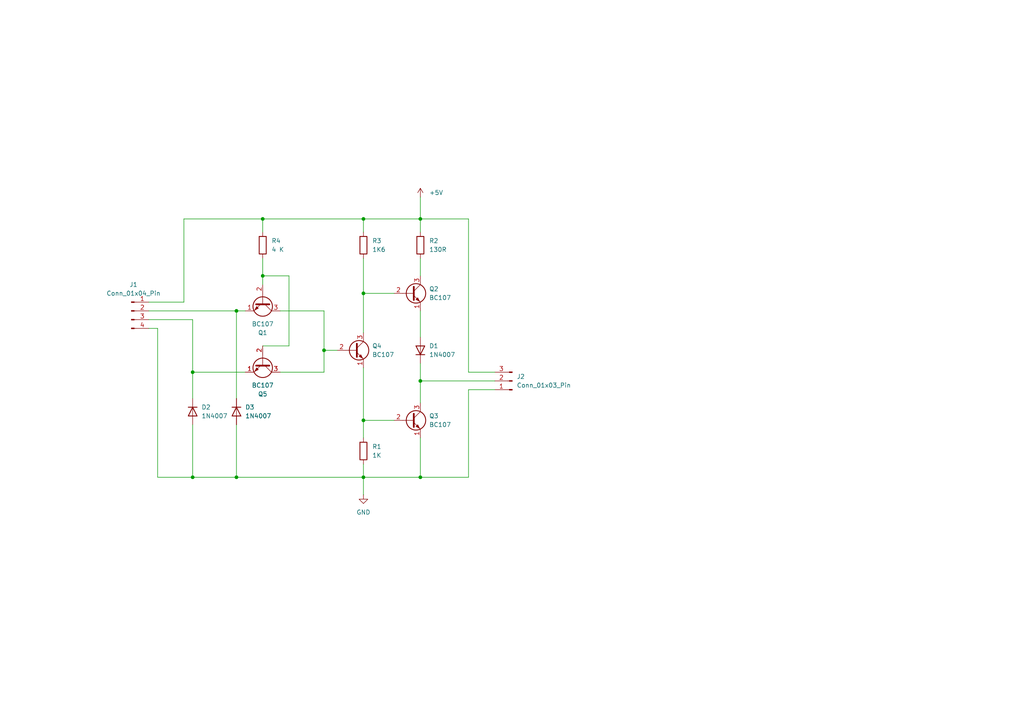
<source format=kicad_sch>
(kicad_sch (version 20250114) (generator "eeschema") (generator_version "9.0")
  (paper "A4")
  (lib_symbols
    (symbol "Connector:Conn_01x03_Pin" (pin_names (offset 1.016) (hide yes))
      (property "Reference" "J" (at 0 5.08 0))
      (property "Value" "Conn_01x03_Pin" (at 0 -5.08 0))
      (symbol "Conn_01x03_Pin_1_1"
        (rectangle (start 0.8636 2.667) (end 0 2.413) (stroke (width 0.1524)) (fill (type outline)))
        (rectangle (start 0.8636 0.127) (end 0 -0.127) (stroke (width 0.1524)) (fill (type outline)))
        (rectangle (start 0.8636 -2.413) (end 0 -2.667) (stroke (width 0.1524)) (fill (type outline)))
        (polyline (pts (xy 1.27 2.54) (xy 0.8636 2.54)) (stroke (width 0.1524)))
        (polyline (pts (xy 1.27 0) (xy 0.8636 0)) (stroke (width 0.1524)))
        (polyline (pts (xy 1.27 -2.54) (xy 0.8636 -2.54)) (stroke (width 0.1524)))
        (pin passive line (at 5.08 2.54 180) (length 3.81) (name "Pin_1") (number "1"))
        (pin passive line (at 5.08 0 180) (length 3.81) (name "Pin_2") (number "2"))
        (pin passive line (at 5.08 -2.54 180) (length 3.81) (name "Pin_3") (number "3"))
      )
    )
    (symbol "Connector:Conn_01x04_Pin" (pin_names (offset 1.016) (hide yes))
      (property "Reference" "J" (at 0 5.08 0))
      (property "Value" "Conn_01x04_Pin" (at 0 -7.62 0))
      (symbol "Conn_01x04_Pin_1_1"
        (rectangle (start 0.8636 2.667) (end 0 2.413) (stroke (width 0.1524)) (fill (type outline)))
        (rectangle (start 0.8636 0.127) (end 0 -0.127) (stroke (width 0.1524)) (fill (type outline)))
        (rectangle (start 0.8636 -2.413) (end 0 -2.667) (stroke (width 0.1524)) (fill (type outline)))
        (rectangle (start 0.8636 -4.953) (end 0 -5.207) (stroke (width 0.1524)) (fill (type outline)))
        (polyline (pts (xy 1.27 2.54) (xy 0.8636 2.54)) (stroke (width 0.1524)))
        (polyline (pts (xy 1.27 0) (xy 0.8636 0)) (stroke (width 0.1524)))
        (polyline (pts (xy 1.27 -2.54) (xy 0.8636 -2.54)) (stroke (width 0.1524)))
        (polyline (pts (xy 1.27 -5.08) (xy 0.8636 -5.08)) (stroke (width 0.1524)))
        (pin passive line (at 5.08 2.54 180) (length 3.81) (name "Pin_1") (number "1"))
        (pin passive line (at 5.08 0 180) (length 3.81) (name "Pin_2") (number "2"))
        (pin passive line (at 5.08 -2.54 180) (length 3.81) (name "Pin_3") (number "3"))
        (pin passive line (at 5.08 -5.08 180) (length 3.81) (name "Pin_4") (number "4"))
      )
    )
    (symbol "Device:R" (pin_numbers (hide yes)) (pin_names (offset 0))
      (property "Reference" "R" (at 2.032 0 90))
      (property "Value" "R" (at 0 0 90))
      (symbol "R_0_1"
        (rectangle (start -1.016 -2.54) (end 1.016 2.54) (stroke (width 0.254)))
      )
      (symbol "R_1_1"
        (pin passive line (at 0 3.81 270) (length 1.27) (name "~") (number "1"))
        (pin passive line (at 0 -3.81 90) (length 1.27) (name "~") (number "2"))
      )
    )
    (symbol "Diode:1N4007" (pin_numbers (hide yes)) (pin_names (hide yes))
      (property "Reference" "D" (at 0 2.54 0))
      (property "Value" "1N4007" (at 0 -2.54 0))
      (symbol "1N4007_0_1"
        (polyline (pts (xy -1.27 1.27) (xy -1.27 -1.27)) (stroke (width 0.254)))
        (polyline (pts (xy 1.27 1.27) (xy 1.27 -1.27) (xy -1.27 0) (xy 1.27 1.27)) (stroke (width 0.254)))
        (polyline (pts (xy 1.27 0) (xy -1.27 0)))
      )
      (symbol "1N4007_1_1"
        (pin passive line (at -3.81 0 0) (length 2.54) (name "K") (number "1"))
        (pin passive line (at 3.81 0 180) (length 2.54) (name "A") (number "2"))
      )
    )
    (symbol "Transistor_BJT:BC107" (pin_names (offset 0) (hide yes))
      (property "Reference" "Q" (at 5.08 1.905 0))
      (property "Value" "BC107" (at 5.08 0 0))
      (symbol "BC107_0_1"
        (polyline (pts (xy -2.54 0) (xy 0.635 0)))
        (polyline (pts (xy 0.635 1.905) (xy 0.635 -1.905)) (stroke (width 0.508)))
        (circle (center 1.27 0) (radius 2.8194) (stroke (width 0.254)))
      )
      (symbol "BC107_1_1"
        (polyline (pts (xy 0.635 0.635) (xy 2.54 2.54)))
        (polyline (pts (xy 0.635 -0.635) (xy 2.54 -2.54)))
        (polyline (pts (xy 1.27 -1.778) (xy 1.778 -1.27) (xy 2.286 -2.286) (xy 1.27 -1.778)) (fill (type outline)))
        (pin input line (at -5.08 0 0) (length 2.54) (name "B") (number "2"))
        (pin passive line (at 2.54 5.08 270) (length 2.54) (name "C") (number "3"))
        (pin passive line (at 2.54 -5.08 90) (length 2.54) (name "E") (number "1"))
      )
    )
    (symbol "power:+5V" (power) (pin_numbers (hide yes)) (pin_names (offset 0) (hide yes))
      (property "Value" "+5V" (at 0 3.556 0))
      (symbol "+5V_0_1"
        (polyline (pts (xy -0.762 1.27) (xy 0 2.54)))
        (polyline (pts (xy 0 2.54) (xy 0.762 1.27)))
        (polyline (pts (xy 0 0) (xy 0 2.54)))
      )
      (symbol "+5V_1_1"
        (pin power_in line (at 0 0 90) (length 0) (name "~") (number "1"))
      )
    )
    (symbol "power:GND" (power) (pin_numbers (hide yes)) (pin_names (offset 0) (hide yes))
      (property "Value" "GND" (at 0 -3.81 0))
      (symbol "GND_0_1"
        (polyline (pts (xy 0 0) (xy 0 -1.27) (xy 1.27 -1.27) (xy 0 -2.54) (xy -1.27 -1.27) (xy 0 -1.27)))
      )
      (symbol "GND_1_1"
        (pin power_in line (at 0 0 270) (length 0) (name "~") (number "1"))
      )
    )
  )
  (junction (at 68.58 138.43))
  (junction (at 121.92 138.43))
  (junction (at 76.2 63.5))
  (junction (at 105.41 85.09))
  (junction (at 68.58 90.17))
  (junction (at 121.92 63.5))
  (junction (at 76.2 80.01))
  (junction (at 105.41 138.43))
  (junction (at 105.41 121.92))
  (junction (at 105.41 63.5))
  (junction (at 121.92 110.49))
  (junction (at 55.88 138.43))
  (junction (at 55.88 107.95))
  (junction (at 93.98 101.6))
  (wire (pts (xy 135.89 107.95) (xy 143.51 107.95)))
  (wire (pts (xy 105.41 67.31) (xy 105.41 63.5)))
  (wire (pts (xy 121.92 127) (xy 121.92 138.43)))
  (wire (pts (xy 71.12 90.17) (xy 68.58 90.17)))
  (wire (pts (xy 81.28 90.17) (xy 93.98 90.17)))
  (wire (pts (xy 135.89 138.43) (xy 121.92 138.43)))
  (wire (pts (xy 76.2 100.33) (xy 83.82 100.33)))
  (wire (pts (xy 105.41 63.5) (xy 121.92 63.5)))
  (wire (pts (xy 121.92 57.15) (xy 121.92 63.5)))
  (wire (pts (xy 93.98 90.17) (xy 93.98 101.6)))
  (wire (pts (xy 71.12 107.95) (xy 55.88 107.95)))
  (wire (pts (xy 105.41 138.43) (xy 105.41 143.51)))
  (wire (pts (xy 45.72 138.43) (xy 55.88 138.43)))
  (wire (pts (xy 43.18 90.17) (xy 68.58 90.17)))
  (wire (pts (xy 55.88 92.71) (xy 55.88 107.95)))
  (wire (pts (xy 135.89 113.03) (xy 135.89 138.43)))
  (wire (pts (xy 121.92 105.41) (xy 121.92 110.49)))
  (wire (pts (xy 55.88 123.19) (xy 55.88 138.43)))
  (wire (pts (xy 121.92 63.5) (xy 135.89 63.5)))
  (wire (pts (xy 105.41 85.09) (xy 114.3 85.09)))
  (wire (pts (xy 121.92 67.31) (xy 121.92 63.5)))
  (wire (pts (xy 81.28 107.95) (xy 93.98 107.95)))
  (wire (pts (xy 93.98 101.6) (xy 97.79 101.6)))
  (wire (pts (xy 68.58 138.43) (xy 105.41 138.43)))
  (wire (pts (xy 83.82 100.33) (xy 83.82 80.01)))
  (wire (pts (xy 45.72 95.25) (xy 45.72 138.43)))
  (wire (pts (xy 143.51 113.03) (xy 135.89 113.03)))
  (wire (pts (xy 76.2 80.01) (xy 76.2 82.55)))
  (wire (pts (xy 105.41 74.93) (xy 105.41 85.09)))
  (wire (pts (xy 43.18 92.71) (xy 55.88 92.71)))
  (wire (pts (xy 105.41 121.92) (xy 105.41 127)))
  (wire (pts (xy 68.58 123.19) (xy 68.58 138.43)))
  (wire (pts (xy 105.41 106.68) (xy 105.41 121.92)))
  (wire (pts (xy 121.92 110.49) (xy 143.51 110.49)))
  (wire (pts (xy 53.34 87.63) (xy 53.34 63.5)))
  (wire (pts (xy 53.34 63.5) (xy 76.2 63.5)))
  (wire (pts (xy 68.58 90.17) (xy 68.58 115.57)))
  (wire (pts (xy 76.2 67.31) (xy 76.2 63.5)))
  (wire (pts (xy 105.41 134.62) (xy 105.41 138.43)))
  (wire (pts (xy 55.88 138.43) (xy 68.58 138.43)))
  (wire (pts (xy 105.41 63.5) (xy 76.2 63.5)))
  (wire (pts (xy 105.41 121.92) (xy 114.3 121.92)))
  (wire (pts (xy 105.41 85.09) (xy 105.41 96.52)))
  (wire (pts (xy 43.18 87.63) (xy 53.34 87.63)))
  (wire (pts (xy 93.98 107.95) (xy 93.98 101.6)))
  (wire (pts (xy 135.89 63.5) (xy 135.89 107.95)))
  (wire (pts (xy 55.88 107.95) (xy 55.88 115.57)))
  (wire (pts (xy 105.41 138.43) (xy 121.92 138.43)))
  (wire (pts (xy 121.92 74.93) (xy 121.92 80.01)))
  (wire (pts (xy 121.92 90.17) (xy 121.92 97.79)))
  (wire (pts (xy 76.2 74.93) (xy 76.2 80.01)))
  (wire (pts (xy 83.82 80.01) (xy 76.2 80.01)))
  (wire (pts (xy 121.92 110.49) (xy 121.92 116.84)))
  (wire (pts (xy 43.18 95.25) (xy 45.72 95.25)))
  (symbol (lib_id "Device:R") (at 105.41 130.81 0) (unit 1)
    (property "Reference" "R1" (at 107.95 129.5399 0) (effects (justify left)))
    (property "Value" "1K" (at 107.95 132.0799 0) (effects (justify left)))
    (property "Footprint" "Resistor_THT:R_Axial_DIN0207_L6.3mm_D2.5mm_P10.16mm_Horizontal" (effects (hide yes)))
    (property "Description" "Resistor" (effects (hide yes)))
  )
  (symbol (lib_id "Transistor_BJT:BC107") (at 119.38 85.09 0) (unit 1)
    (property "Reference" "Q2" (at 124.46 83.8199 0) (effects (justify left)))
    (property "Value" "BC107" (at 124.46 86.3599 0) (effects (justify left)))
    (property "Footprint" "Package_TO_SOT_THT:TO-18-3" (effects (hide yes)))
    (property "Datasheet" "http://www.b-kainka.de/Daten/Transistor/BC108.pdf" (effects (hide yes)))
    (property "Description" "0.1A Ic, 50V Vce, Low Noise General Purpose NPN Transistor, TO-18" (effects (hide yes)))
  )
  (symbol (lib_id "Connector:Conn_01x04_Pin") (at 38.1 90.17 0) (unit 1)
    (property "Reference" "J1" (at 38.735 82.55 0))
    (property "Value" "Conn_01x04_Pin" (at 38.735 85.09 0))
    (property "Footprint" "Connector_PinHeader_2.54mm:PinHeader_1x04_P2.54mm_Vertical" (effects (hide yes)))
    (property "Description" "Generic connector, single row, 01x04, script generated" (effects (hide yes)))
  )
  (symbol (lib_id "Transistor_BJT:BC107") (at 76.2 87.63 270) (unit 1)
    (property "Reference" "Q1" (at 76.2 96.52 90))
    (property "Value" "BC107" (at 76.2 93.98 90))
    (property "Footprint" "Package_TO_SOT_THT:TO-18-3" (effects (hide yes)))
    (property "Datasheet" "http://www.b-kainka.de/Daten/Transistor/BC108.pdf" (effects (hide yes)))
    (property "Description" "0.1A Ic, 50V Vce, Low Noise General Purpose NPN Transistor, TO-18" (effects (hide yes)))
  )
  (symbol (lib_id "Diode:1N4007") (at 68.58 119.38 270) (unit 1)
    (property "Reference" "D3" (at 71.12 118.1099 90) (effects (justify left)))
    (property "Value" "1N4007" (at 71.12 120.6499 90) (effects (justify left)))
    (property "Footprint" "Diode_THT:D_DO-41_SOD81_P10.16mm_Horizontal" (effects (hide yes)))
    (property "Datasheet" "http://www.vishay.com/docs/88503/1n4001.pdf" (effects (hide yes)))
    (property "Description" "1000V 1A General Purpose Rectifier Diode, DO-41" (effects (hide yes)))
    (property "Sim.Device" "D" (effects (hide yes)))
    (property "Sim.Pins" "1=K 2=A" (effects (hide yes)))
  )
  (symbol (lib_id "Transistor_BJT:BC107") (at 119.38 121.92 0) (unit 1)
    (property "Reference" "Q3" (at 124.46 120.6499 0) (effects (justify left)))
    (property "Value" "BC107" (at 124.46 123.1899 0) (effects (justify left)))
    (property "Footprint" "Package_TO_SOT_THT:TO-18-3" (effects (hide yes)))
    (property "Datasheet" "http://www.b-kainka.de/Daten/Transistor/BC108.pdf" (effects (hide yes)))
    (property "Description" "0.1A Ic, 50V Vce, Low Noise General Purpose NPN Transistor, TO-18" (effects (hide yes)))
  )
  (symbol (lib_id "power:GND") (at 105.41 143.51 0) (unit 1)
    (property "Reference" "#PWR03" (effects (hide yes)))
    (property "Value" "GND" (at 105.41 148.59 0))
    (property "Description" "Power symbol creates a global label with name \"GND\" , ground" (effects (hide yes)))
  )
  (symbol (lib_id "Device:R") (at 76.2 71.12 0) (unit 1)
    (property "Reference" "R4" (at 78.74 69.8499 0) (effects (justify left)))
    (property "Value" "4 K" (at 78.74 72.3899 0) (effects (justify left)))
    (property "Footprint" "Resistor_THT:R_Axial_DIN0207_L6.3mm_D2.5mm_P10.16mm_Horizontal" (effects (hide yes)))
    (property "Description" "Resistor" (effects (hide yes)))
  )
  (symbol (lib_id "Transistor_BJT:BC107") (at 76.2 105.41 270) (unit 1)
    (property "Reference" "Q5" (at 76.2 114.3 90))
    (property "Value" "BC107" (at 76.2 111.76 90))
    (property "Footprint" "Package_TO_SOT_THT:TO-18-3" (effects (hide yes)))
    (property "Datasheet" "http://www.b-kainka.de/Daten/Transistor/BC108.pdf" (effects (hide yes)))
    (property "Description" "0.1A Ic, 50V Vce, Low Noise General Purpose NPN Transistor, TO-18" (effects (hide yes)))
  )
  (symbol (lib_id "Diode:1N4007") (at 55.88 119.38 270) (unit 1)
    (property "Reference" "D2" (at 58.42 118.1099 90) (effects (justify left)))
    (property "Value" "1N4007" (at 58.42 120.6499 90) (effects (justify left)))
    (property "Footprint" "Diode_THT:D_DO-41_SOD81_P10.16mm_Horizontal" (effects (hide yes)))
    (property "Datasheet" "http://www.vishay.com/docs/88503/1n4001.pdf" (effects (hide yes)))
    (property "Description" "1000V 1A General Purpose Rectifier Diode, DO-41" (effects (hide yes)))
    (property "Sim.Device" "D" (effects (hide yes)))
    (property "Sim.Pins" "1=K 2=A" (effects (hide yes)))
  )
  (symbol (lib_id "Connector:Conn_01x03_Pin") (at 148.59 110.49 180) (unit 1)
    (property "Reference" "J2" (at 149.86 109.2199 0) (effects (justify right)))
    (property "Value" "Conn_01x03_Pin" (at 149.86 111.7599 0) (effects (justify right)))
    (property "Footprint" "Connector_PinHeader_2.54mm:PinHeader_1x03_P2.54mm_Vertical" (effects (hide yes)))
    (property "Description" "Generic connector, single row, 01x03, script generated" (effects (hide yes)))
  )
  (symbol (lib_id "Transistor_BJT:BC107") (at 102.87 101.6 0) (unit 1)
    (property "Reference" "Q4" (at 107.95 100.3299 0) (effects (justify left)))
    (property "Value" "BC107" (at 107.95 102.8699 0) (effects (justify left)))
    (property "Footprint" "Package_TO_SOT_THT:TO-18-3" (effects (hide yes)))
    (property "Datasheet" "http://www.b-kainka.de/Daten/Transistor/BC108.pdf" (effects (hide yes)))
    (property "Description" "0.1A Ic, 50V Vce, Low Noise General Purpose NPN Transistor, TO-18" (effects (hide yes)))
  )
  (symbol (lib_id "Diode:1N4007") (at 121.92 101.6 90) (unit 1)
    (property "Reference" "D1" (at 124.46 100.3299 90) (effects (justify right)))
    (property "Value" "1N4007" (at 124.46 102.8699 90) (effects (justify right)))
    (property "Footprint" "Diode_THT:D_DO-41_SOD81_P10.16mm_Horizontal" (effects (hide yes)))
    (property "Datasheet" "http://www.vishay.com/docs/88503/1n4001.pdf" (effects (hide yes)))
    (property "Description" "1000V 1A General Purpose Rectifier Diode, DO-41" (effects (hide yes)))
    (property "Sim.Device" "D" (effects (hide yes)))
    (property "Sim.Pins" "1=K 2=A" (effects (hide yes)))
  )
  (symbol (lib_id "Device:R") (at 105.41 71.12 0) (unit 1)
    (property "Reference" "R3" (at 107.95 69.8499 0) (effects (justify left)))
    (property "Value" "1K6" (at 107.95 72.3899 0) (effects (justify left)))
    (property "Footprint" "Resistor_THT:R_Axial_DIN0207_L6.3mm_D2.5mm_P10.16mm_Horizontal" (effects (hide yes)))
    (property "Description" "Resistor" (effects (hide yes)))
  )
  (symbol (lib_id "power:+5V") (at 121.92 57.15 0) (unit 1)
    (property "Reference" "#PWR02" (effects (hide yes)))
    (property "Value" "+5V" (at 124.46 55.8799 0) (effects (justify left)))
    (property "Description" "Power symbol creates a global label with name \"+5V\"" (effects (hide yes)))
  )
  (symbol (lib_id "Device:R") (at 121.92 71.12 0) (unit 1)
    (property "Reference" "R2" (at 124.46 69.8499 0) (effects (justify left)))
    (property "Value" "130R" (at 124.46 72.3899 0) (effects (justify left)))
    (property "Footprint" "Resistor_THT:R_Axial_DIN0207_L6.3mm_D2.5mm_P10.16mm_Horizontal" (effects (hide yes)))
    (property "Description" "Resistor" (effects (hide yes)))
  )
)
</source>
